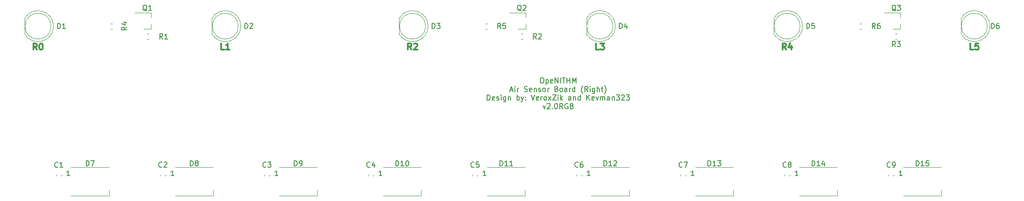
<source format=gbr>
G04 #@! TF.GenerationSoftware,KiCad,Pcbnew,(5.1.7)-1*
G04 #@! TF.CreationDate,2021-03-22T01:50:53-04:00*
G04 #@! TF.ProjectId,Circuit-AirSensor-Right,43697263-7569-4742-9d41-697253656e73,rev?*
G04 #@! TF.SameCoordinates,Original*
G04 #@! TF.FileFunction,Legend,Top*
G04 #@! TF.FilePolarity,Positive*
%FSLAX46Y46*%
G04 Gerber Fmt 4.6, Leading zero omitted, Abs format (unit mm)*
G04 Created by KiCad (PCBNEW (5.1.7)-1) date 2021-03-22 01:50:53*
%MOMM*%
%LPD*%
G01*
G04 APERTURE LIST*
%ADD10C,0.300000*%
%ADD11C,0.150000*%
%ADD12C,0.120000*%
G04 APERTURE END LIST*
D10*
X213800000Y-109542857D02*
X213400000Y-108971428D01*
X213114285Y-109542857D02*
X213114285Y-108342857D01*
X213571428Y-108342857D01*
X213685714Y-108400000D01*
X213742857Y-108457142D01*
X213800000Y-108571428D01*
X213800000Y-108742857D01*
X213742857Y-108857142D01*
X213685714Y-108914285D01*
X213571428Y-108971428D01*
X213114285Y-108971428D01*
X214828571Y-108742857D02*
X214828571Y-109542857D01*
X214542857Y-108285714D02*
X214257142Y-109142857D01*
X215000000Y-109142857D01*
X177800000Y-109542857D02*
X177228571Y-109542857D01*
X177228571Y-108342857D01*
X178085714Y-108342857D02*
X178828571Y-108342857D01*
X178428571Y-108800000D01*
X178600000Y-108800000D01*
X178714285Y-108857142D01*
X178771428Y-108914285D01*
X178828571Y-109028571D01*
X178828571Y-109314285D01*
X178771428Y-109428571D01*
X178714285Y-109485714D01*
X178600000Y-109542857D01*
X178257142Y-109542857D01*
X178142857Y-109485714D01*
X178085714Y-109428571D01*
X141800000Y-109542857D02*
X141400000Y-108971428D01*
X141114285Y-109542857D02*
X141114285Y-108342857D01*
X141571428Y-108342857D01*
X141685714Y-108400000D01*
X141742857Y-108457142D01*
X141800000Y-108571428D01*
X141800000Y-108742857D01*
X141742857Y-108857142D01*
X141685714Y-108914285D01*
X141571428Y-108971428D01*
X141114285Y-108971428D01*
X142257142Y-108457142D02*
X142314285Y-108400000D01*
X142428571Y-108342857D01*
X142714285Y-108342857D01*
X142828571Y-108400000D01*
X142885714Y-108457142D01*
X142942857Y-108571428D01*
X142942857Y-108685714D01*
X142885714Y-108857142D01*
X142200000Y-109542857D01*
X142942857Y-109542857D01*
X105800000Y-109542857D02*
X105228571Y-109542857D01*
X105228571Y-108342857D01*
X106828571Y-109542857D02*
X106142857Y-109542857D01*
X106485714Y-109542857D02*
X106485714Y-108342857D01*
X106371428Y-108514285D01*
X106257142Y-108628571D01*
X106142857Y-108685714D01*
X249800000Y-109542857D02*
X249228571Y-109542857D01*
X249228571Y-108342857D01*
X250771428Y-108342857D02*
X250200000Y-108342857D01*
X250142857Y-108914285D01*
X250200000Y-108857142D01*
X250314285Y-108800000D01*
X250600000Y-108800000D01*
X250714285Y-108857142D01*
X250771428Y-108914285D01*
X250828571Y-109028571D01*
X250828571Y-109314285D01*
X250771428Y-109428571D01*
X250714285Y-109485714D01*
X250600000Y-109542857D01*
X250314285Y-109542857D01*
X250200000Y-109485714D01*
X250142857Y-109428571D01*
X69800000Y-109542857D02*
X69400000Y-108971428D01*
X69114285Y-109542857D02*
X69114285Y-108342857D01*
X69571428Y-108342857D01*
X69685714Y-108400000D01*
X69742857Y-108457142D01*
X69800000Y-108571428D01*
X69800000Y-108742857D01*
X69742857Y-108857142D01*
X69685714Y-108914285D01*
X69571428Y-108971428D01*
X69114285Y-108971428D01*
X70542857Y-108342857D02*
X70657142Y-108342857D01*
X70771428Y-108400000D01*
X70828571Y-108457142D01*
X70885714Y-108571428D01*
X70942857Y-108800000D01*
X70942857Y-109085714D01*
X70885714Y-109314285D01*
X70828571Y-109428571D01*
X70771428Y-109485714D01*
X70657142Y-109542857D01*
X70542857Y-109542857D01*
X70428571Y-109485714D01*
X70371428Y-109428571D01*
X70314285Y-109314285D01*
X70257142Y-109085714D01*
X70257142Y-108800000D01*
X70314285Y-108571428D01*
X70371428Y-108457142D01*
X70428571Y-108400000D01*
X70542857Y-108342857D01*
D11*
X166785714Y-114977380D02*
X166976190Y-114977380D01*
X167071428Y-115025000D01*
X167166666Y-115120238D01*
X167214285Y-115310714D01*
X167214285Y-115644047D01*
X167166666Y-115834523D01*
X167071428Y-115929761D01*
X166976190Y-115977380D01*
X166785714Y-115977380D01*
X166690476Y-115929761D01*
X166595238Y-115834523D01*
X166547619Y-115644047D01*
X166547619Y-115310714D01*
X166595238Y-115120238D01*
X166690476Y-115025000D01*
X166785714Y-114977380D01*
X167642857Y-115310714D02*
X167642857Y-116310714D01*
X167642857Y-115358333D02*
X167738095Y-115310714D01*
X167928571Y-115310714D01*
X168023809Y-115358333D01*
X168071428Y-115405952D01*
X168119047Y-115501190D01*
X168119047Y-115786904D01*
X168071428Y-115882142D01*
X168023809Y-115929761D01*
X167928571Y-115977380D01*
X167738095Y-115977380D01*
X167642857Y-115929761D01*
X168928571Y-115929761D02*
X168833333Y-115977380D01*
X168642857Y-115977380D01*
X168547619Y-115929761D01*
X168500000Y-115834523D01*
X168500000Y-115453571D01*
X168547619Y-115358333D01*
X168642857Y-115310714D01*
X168833333Y-115310714D01*
X168928571Y-115358333D01*
X168976190Y-115453571D01*
X168976190Y-115548809D01*
X168500000Y-115644047D01*
X169404761Y-115977380D02*
X169404761Y-114977380D01*
X169976190Y-115977380D01*
X169976190Y-114977380D01*
X170452380Y-115977380D02*
X170452380Y-114977380D01*
X170785714Y-114977380D02*
X171357142Y-114977380D01*
X171071428Y-115977380D02*
X171071428Y-114977380D01*
X171690476Y-115977380D02*
X171690476Y-114977380D01*
X171690476Y-115453571D02*
X172261904Y-115453571D01*
X172261904Y-115977380D02*
X172261904Y-114977380D01*
X172738095Y-115977380D02*
X172738095Y-114977380D01*
X173071428Y-115691666D01*
X173404761Y-114977380D01*
X173404761Y-115977380D01*
X160785714Y-117341666D02*
X161261904Y-117341666D01*
X160690476Y-117627380D02*
X161023809Y-116627380D01*
X161357142Y-117627380D01*
X161690476Y-117627380D02*
X161690476Y-116960714D01*
X161690476Y-116627380D02*
X161642857Y-116675000D01*
X161690476Y-116722619D01*
X161738095Y-116675000D01*
X161690476Y-116627380D01*
X161690476Y-116722619D01*
X162166666Y-117627380D02*
X162166666Y-116960714D01*
X162166666Y-117151190D02*
X162214285Y-117055952D01*
X162261904Y-117008333D01*
X162357142Y-116960714D01*
X162452380Y-116960714D01*
X163500000Y-117579761D02*
X163642857Y-117627380D01*
X163880952Y-117627380D01*
X163976190Y-117579761D01*
X164023809Y-117532142D01*
X164071428Y-117436904D01*
X164071428Y-117341666D01*
X164023809Y-117246428D01*
X163976190Y-117198809D01*
X163880952Y-117151190D01*
X163690476Y-117103571D01*
X163595238Y-117055952D01*
X163547619Y-117008333D01*
X163500000Y-116913095D01*
X163500000Y-116817857D01*
X163547619Y-116722619D01*
X163595238Y-116675000D01*
X163690476Y-116627380D01*
X163928571Y-116627380D01*
X164071428Y-116675000D01*
X164880952Y-117579761D02*
X164785714Y-117627380D01*
X164595238Y-117627380D01*
X164500000Y-117579761D01*
X164452380Y-117484523D01*
X164452380Y-117103571D01*
X164500000Y-117008333D01*
X164595238Y-116960714D01*
X164785714Y-116960714D01*
X164880952Y-117008333D01*
X164928571Y-117103571D01*
X164928571Y-117198809D01*
X164452380Y-117294047D01*
X165357142Y-116960714D02*
X165357142Y-117627380D01*
X165357142Y-117055952D02*
X165404761Y-117008333D01*
X165500000Y-116960714D01*
X165642857Y-116960714D01*
X165738095Y-117008333D01*
X165785714Y-117103571D01*
X165785714Y-117627380D01*
X166214285Y-117579761D02*
X166309523Y-117627380D01*
X166500000Y-117627380D01*
X166595238Y-117579761D01*
X166642857Y-117484523D01*
X166642857Y-117436904D01*
X166595238Y-117341666D01*
X166500000Y-117294047D01*
X166357142Y-117294047D01*
X166261904Y-117246428D01*
X166214285Y-117151190D01*
X166214285Y-117103571D01*
X166261904Y-117008333D01*
X166357142Y-116960714D01*
X166500000Y-116960714D01*
X166595238Y-117008333D01*
X167214285Y-117627380D02*
X167119047Y-117579761D01*
X167071428Y-117532142D01*
X167023809Y-117436904D01*
X167023809Y-117151190D01*
X167071428Y-117055952D01*
X167119047Y-117008333D01*
X167214285Y-116960714D01*
X167357142Y-116960714D01*
X167452380Y-117008333D01*
X167500000Y-117055952D01*
X167547619Y-117151190D01*
X167547619Y-117436904D01*
X167500000Y-117532142D01*
X167452380Y-117579761D01*
X167357142Y-117627380D01*
X167214285Y-117627380D01*
X167976190Y-117627380D02*
X167976190Y-116960714D01*
X167976190Y-117151190D02*
X168023809Y-117055952D01*
X168071428Y-117008333D01*
X168166666Y-116960714D01*
X168261904Y-116960714D01*
X169690476Y-117103571D02*
X169833333Y-117151190D01*
X169880952Y-117198809D01*
X169928571Y-117294047D01*
X169928571Y-117436904D01*
X169880952Y-117532142D01*
X169833333Y-117579761D01*
X169738095Y-117627380D01*
X169357142Y-117627380D01*
X169357142Y-116627380D01*
X169690476Y-116627380D01*
X169785714Y-116675000D01*
X169833333Y-116722619D01*
X169880952Y-116817857D01*
X169880952Y-116913095D01*
X169833333Y-117008333D01*
X169785714Y-117055952D01*
X169690476Y-117103571D01*
X169357142Y-117103571D01*
X170500000Y-117627380D02*
X170404761Y-117579761D01*
X170357142Y-117532142D01*
X170309523Y-117436904D01*
X170309523Y-117151190D01*
X170357142Y-117055952D01*
X170404761Y-117008333D01*
X170500000Y-116960714D01*
X170642857Y-116960714D01*
X170738095Y-117008333D01*
X170785714Y-117055952D01*
X170833333Y-117151190D01*
X170833333Y-117436904D01*
X170785714Y-117532142D01*
X170738095Y-117579761D01*
X170642857Y-117627380D01*
X170500000Y-117627380D01*
X171690476Y-117627380D02*
X171690476Y-117103571D01*
X171642857Y-117008333D01*
X171547619Y-116960714D01*
X171357142Y-116960714D01*
X171261904Y-117008333D01*
X171690476Y-117579761D02*
X171595238Y-117627380D01*
X171357142Y-117627380D01*
X171261904Y-117579761D01*
X171214285Y-117484523D01*
X171214285Y-117389285D01*
X171261904Y-117294047D01*
X171357142Y-117246428D01*
X171595238Y-117246428D01*
X171690476Y-117198809D01*
X172166666Y-117627380D02*
X172166666Y-116960714D01*
X172166666Y-117151190D02*
X172214285Y-117055952D01*
X172261904Y-117008333D01*
X172357142Y-116960714D01*
X172452380Y-116960714D01*
X173214285Y-117627380D02*
X173214285Y-116627380D01*
X173214285Y-117579761D02*
X173119047Y-117627380D01*
X172928571Y-117627380D01*
X172833333Y-117579761D01*
X172785714Y-117532142D01*
X172738095Y-117436904D01*
X172738095Y-117151190D01*
X172785714Y-117055952D01*
X172833333Y-117008333D01*
X172928571Y-116960714D01*
X173119047Y-116960714D01*
X173214285Y-117008333D01*
X174738095Y-118008333D02*
X174690476Y-117960714D01*
X174595238Y-117817857D01*
X174547619Y-117722619D01*
X174500000Y-117579761D01*
X174452380Y-117341666D01*
X174452380Y-117151190D01*
X174500000Y-116913095D01*
X174547619Y-116770238D01*
X174595238Y-116675000D01*
X174690476Y-116532142D01*
X174738095Y-116484523D01*
X175690476Y-117627380D02*
X175357142Y-117151190D01*
X175119047Y-117627380D02*
X175119047Y-116627380D01*
X175500000Y-116627380D01*
X175595238Y-116675000D01*
X175642857Y-116722619D01*
X175690476Y-116817857D01*
X175690476Y-116960714D01*
X175642857Y-117055952D01*
X175595238Y-117103571D01*
X175500000Y-117151190D01*
X175119047Y-117151190D01*
X176119047Y-117627380D02*
X176119047Y-116960714D01*
X176119047Y-116627380D02*
X176071428Y-116675000D01*
X176119047Y-116722619D01*
X176166666Y-116675000D01*
X176119047Y-116627380D01*
X176119047Y-116722619D01*
X177023809Y-116960714D02*
X177023809Y-117770238D01*
X176976190Y-117865476D01*
X176928571Y-117913095D01*
X176833333Y-117960714D01*
X176690476Y-117960714D01*
X176595238Y-117913095D01*
X177023809Y-117579761D02*
X176928571Y-117627380D01*
X176738095Y-117627380D01*
X176642857Y-117579761D01*
X176595238Y-117532142D01*
X176547619Y-117436904D01*
X176547619Y-117151190D01*
X176595238Y-117055952D01*
X176642857Y-117008333D01*
X176738095Y-116960714D01*
X176928571Y-116960714D01*
X177023809Y-117008333D01*
X177500000Y-117627380D02*
X177500000Y-116627380D01*
X177928571Y-117627380D02*
X177928571Y-117103571D01*
X177880952Y-117008333D01*
X177785714Y-116960714D01*
X177642857Y-116960714D01*
X177547619Y-117008333D01*
X177500000Y-117055952D01*
X178261904Y-116960714D02*
X178642857Y-116960714D01*
X178404761Y-116627380D02*
X178404761Y-117484523D01*
X178452380Y-117579761D01*
X178547619Y-117627380D01*
X178642857Y-117627380D01*
X178880952Y-118008333D02*
X178928571Y-117960714D01*
X179023809Y-117817857D01*
X179071428Y-117722619D01*
X179119047Y-117579761D01*
X179166666Y-117341666D01*
X179166666Y-117151190D01*
X179119047Y-116913095D01*
X179071428Y-116770238D01*
X179023809Y-116675000D01*
X178928571Y-116532142D01*
X178880952Y-116484523D01*
X156357142Y-119277380D02*
X156357142Y-118277380D01*
X156595238Y-118277380D01*
X156738095Y-118325000D01*
X156833333Y-118420238D01*
X156880952Y-118515476D01*
X156928571Y-118705952D01*
X156928571Y-118848809D01*
X156880952Y-119039285D01*
X156833333Y-119134523D01*
X156738095Y-119229761D01*
X156595238Y-119277380D01*
X156357142Y-119277380D01*
X157738095Y-119229761D02*
X157642857Y-119277380D01*
X157452380Y-119277380D01*
X157357142Y-119229761D01*
X157309523Y-119134523D01*
X157309523Y-118753571D01*
X157357142Y-118658333D01*
X157452380Y-118610714D01*
X157642857Y-118610714D01*
X157738095Y-118658333D01*
X157785714Y-118753571D01*
X157785714Y-118848809D01*
X157309523Y-118944047D01*
X158166666Y-119229761D02*
X158261904Y-119277380D01*
X158452380Y-119277380D01*
X158547619Y-119229761D01*
X158595238Y-119134523D01*
X158595238Y-119086904D01*
X158547619Y-118991666D01*
X158452380Y-118944047D01*
X158309523Y-118944047D01*
X158214285Y-118896428D01*
X158166666Y-118801190D01*
X158166666Y-118753571D01*
X158214285Y-118658333D01*
X158309523Y-118610714D01*
X158452380Y-118610714D01*
X158547619Y-118658333D01*
X159023809Y-119277380D02*
X159023809Y-118610714D01*
X159023809Y-118277380D02*
X158976190Y-118325000D01*
X159023809Y-118372619D01*
X159071428Y-118325000D01*
X159023809Y-118277380D01*
X159023809Y-118372619D01*
X159928571Y-118610714D02*
X159928571Y-119420238D01*
X159880952Y-119515476D01*
X159833333Y-119563095D01*
X159738095Y-119610714D01*
X159595238Y-119610714D01*
X159500000Y-119563095D01*
X159928571Y-119229761D02*
X159833333Y-119277380D01*
X159642857Y-119277380D01*
X159547619Y-119229761D01*
X159500000Y-119182142D01*
X159452380Y-119086904D01*
X159452380Y-118801190D01*
X159500000Y-118705952D01*
X159547619Y-118658333D01*
X159642857Y-118610714D01*
X159833333Y-118610714D01*
X159928571Y-118658333D01*
X160404761Y-118610714D02*
X160404761Y-119277380D01*
X160404761Y-118705952D02*
X160452380Y-118658333D01*
X160547619Y-118610714D01*
X160690476Y-118610714D01*
X160785714Y-118658333D01*
X160833333Y-118753571D01*
X160833333Y-119277380D01*
X162071428Y-119277380D02*
X162071428Y-118277380D01*
X162071428Y-118658333D02*
X162166666Y-118610714D01*
X162357142Y-118610714D01*
X162452380Y-118658333D01*
X162500000Y-118705952D01*
X162547619Y-118801190D01*
X162547619Y-119086904D01*
X162500000Y-119182142D01*
X162452380Y-119229761D01*
X162357142Y-119277380D01*
X162166666Y-119277380D01*
X162071428Y-119229761D01*
X162880952Y-118610714D02*
X163119047Y-119277380D01*
X163357142Y-118610714D02*
X163119047Y-119277380D01*
X163023809Y-119515476D01*
X162976190Y-119563095D01*
X162880952Y-119610714D01*
X163738095Y-119182142D02*
X163785714Y-119229761D01*
X163738095Y-119277380D01*
X163690476Y-119229761D01*
X163738095Y-119182142D01*
X163738095Y-119277380D01*
X163738095Y-118658333D02*
X163785714Y-118705952D01*
X163738095Y-118753571D01*
X163690476Y-118705952D01*
X163738095Y-118658333D01*
X163738095Y-118753571D01*
X164833333Y-118277380D02*
X165166666Y-119277380D01*
X165500000Y-118277380D01*
X166214285Y-119229761D02*
X166119047Y-119277380D01*
X165928571Y-119277380D01*
X165833333Y-119229761D01*
X165785714Y-119134523D01*
X165785714Y-118753571D01*
X165833333Y-118658333D01*
X165928571Y-118610714D01*
X166119047Y-118610714D01*
X166214285Y-118658333D01*
X166261904Y-118753571D01*
X166261904Y-118848809D01*
X165785714Y-118944047D01*
X166690476Y-119277380D02*
X166690476Y-118610714D01*
X166690476Y-118801190D02*
X166738095Y-118705952D01*
X166785714Y-118658333D01*
X166880952Y-118610714D01*
X166976190Y-118610714D01*
X167452380Y-119277380D02*
X167357142Y-119229761D01*
X167309523Y-119182142D01*
X167261904Y-119086904D01*
X167261904Y-118801190D01*
X167309523Y-118705952D01*
X167357142Y-118658333D01*
X167452380Y-118610714D01*
X167595238Y-118610714D01*
X167690476Y-118658333D01*
X167738095Y-118705952D01*
X167785714Y-118801190D01*
X167785714Y-119086904D01*
X167738095Y-119182142D01*
X167690476Y-119229761D01*
X167595238Y-119277380D01*
X167452380Y-119277380D01*
X168119047Y-119277380D02*
X168642857Y-118610714D01*
X168119047Y-118610714D02*
X168642857Y-119277380D01*
X168928571Y-118277380D02*
X169595238Y-118277380D01*
X168928571Y-119277380D01*
X169595238Y-119277380D01*
X169976190Y-119277380D02*
X169976190Y-118610714D01*
X169976190Y-118277380D02*
X169928571Y-118325000D01*
X169976190Y-118372619D01*
X170023809Y-118325000D01*
X169976190Y-118277380D01*
X169976190Y-118372619D01*
X170452380Y-119277380D02*
X170452380Y-118277380D01*
X170547619Y-118896428D02*
X170833333Y-119277380D01*
X170833333Y-118610714D02*
X170452380Y-118991666D01*
X172452380Y-119277380D02*
X172452380Y-118753571D01*
X172404761Y-118658333D01*
X172309523Y-118610714D01*
X172119047Y-118610714D01*
X172023809Y-118658333D01*
X172452380Y-119229761D02*
X172357142Y-119277380D01*
X172119047Y-119277380D01*
X172023809Y-119229761D01*
X171976190Y-119134523D01*
X171976190Y-119039285D01*
X172023809Y-118944047D01*
X172119047Y-118896428D01*
X172357142Y-118896428D01*
X172452380Y-118848809D01*
X172928571Y-118610714D02*
X172928571Y-119277380D01*
X172928571Y-118705952D02*
X172976190Y-118658333D01*
X173071428Y-118610714D01*
X173214285Y-118610714D01*
X173309523Y-118658333D01*
X173357142Y-118753571D01*
X173357142Y-119277380D01*
X174261904Y-119277380D02*
X174261904Y-118277380D01*
X174261904Y-119229761D02*
X174166666Y-119277380D01*
X173976190Y-119277380D01*
X173880952Y-119229761D01*
X173833333Y-119182142D01*
X173785714Y-119086904D01*
X173785714Y-118801190D01*
X173833333Y-118705952D01*
X173880952Y-118658333D01*
X173976190Y-118610714D01*
X174166666Y-118610714D01*
X174261904Y-118658333D01*
X175500000Y-119277380D02*
X175500000Y-118277380D01*
X176071428Y-119277380D02*
X175642857Y-118705952D01*
X176071428Y-118277380D02*
X175500000Y-118848809D01*
X176880952Y-119229761D02*
X176785714Y-119277380D01*
X176595238Y-119277380D01*
X176500000Y-119229761D01*
X176452380Y-119134523D01*
X176452380Y-118753571D01*
X176500000Y-118658333D01*
X176595238Y-118610714D01*
X176785714Y-118610714D01*
X176880952Y-118658333D01*
X176928571Y-118753571D01*
X176928571Y-118848809D01*
X176452380Y-118944047D01*
X177261904Y-118610714D02*
X177500000Y-119277380D01*
X177738095Y-118610714D01*
X178119047Y-119277380D02*
X178119047Y-118610714D01*
X178119047Y-118705952D02*
X178166666Y-118658333D01*
X178261904Y-118610714D01*
X178404761Y-118610714D01*
X178500000Y-118658333D01*
X178547619Y-118753571D01*
X178547619Y-119277380D01*
X178547619Y-118753571D02*
X178595238Y-118658333D01*
X178690476Y-118610714D01*
X178833333Y-118610714D01*
X178928571Y-118658333D01*
X178976190Y-118753571D01*
X178976190Y-119277380D01*
X179880952Y-119277380D02*
X179880952Y-118753571D01*
X179833333Y-118658333D01*
X179738095Y-118610714D01*
X179547619Y-118610714D01*
X179452380Y-118658333D01*
X179880952Y-119229761D02*
X179785714Y-119277380D01*
X179547619Y-119277380D01*
X179452380Y-119229761D01*
X179404761Y-119134523D01*
X179404761Y-119039285D01*
X179452380Y-118944047D01*
X179547619Y-118896428D01*
X179785714Y-118896428D01*
X179880952Y-118848809D01*
X180357142Y-118610714D02*
X180357142Y-119277380D01*
X180357142Y-118705952D02*
X180404761Y-118658333D01*
X180500000Y-118610714D01*
X180642857Y-118610714D01*
X180738095Y-118658333D01*
X180785714Y-118753571D01*
X180785714Y-119277380D01*
X181166666Y-118277380D02*
X181785714Y-118277380D01*
X181452380Y-118658333D01*
X181595238Y-118658333D01*
X181690476Y-118705952D01*
X181738095Y-118753571D01*
X181785714Y-118848809D01*
X181785714Y-119086904D01*
X181738095Y-119182142D01*
X181690476Y-119229761D01*
X181595238Y-119277380D01*
X181309523Y-119277380D01*
X181214285Y-119229761D01*
X181166666Y-119182142D01*
X182166666Y-118372619D02*
X182214285Y-118325000D01*
X182309523Y-118277380D01*
X182547619Y-118277380D01*
X182642857Y-118325000D01*
X182690476Y-118372619D01*
X182738095Y-118467857D01*
X182738095Y-118563095D01*
X182690476Y-118705952D01*
X182119047Y-119277380D01*
X182738095Y-119277380D01*
X183071428Y-118277380D02*
X183690476Y-118277380D01*
X183357142Y-118658333D01*
X183499999Y-118658333D01*
X183595238Y-118705952D01*
X183642857Y-118753571D01*
X183690476Y-118848809D01*
X183690476Y-119086904D01*
X183642857Y-119182142D01*
X183595238Y-119229761D01*
X183499999Y-119277380D01*
X183214285Y-119277380D01*
X183119047Y-119229761D01*
X183071428Y-119182142D01*
X167071428Y-120260714D02*
X167309523Y-120927380D01*
X167547619Y-120260714D01*
X167880952Y-120022619D02*
X167928571Y-119975000D01*
X168023809Y-119927380D01*
X168261904Y-119927380D01*
X168357142Y-119975000D01*
X168404761Y-120022619D01*
X168452380Y-120117857D01*
X168452380Y-120213095D01*
X168404761Y-120355952D01*
X167833333Y-120927380D01*
X168452380Y-120927380D01*
X168880952Y-120832142D02*
X168928571Y-120879761D01*
X168880952Y-120927380D01*
X168833333Y-120879761D01*
X168880952Y-120832142D01*
X168880952Y-120927380D01*
X169547619Y-119927380D02*
X169642857Y-119927380D01*
X169738095Y-119975000D01*
X169785714Y-120022619D01*
X169833333Y-120117857D01*
X169880952Y-120308333D01*
X169880952Y-120546428D01*
X169833333Y-120736904D01*
X169785714Y-120832142D01*
X169738095Y-120879761D01*
X169642857Y-120927380D01*
X169547619Y-120927380D01*
X169452380Y-120879761D01*
X169404761Y-120832142D01*
X169357142Y-120736904D01*
X169309523Y-120546428D01*
X169309523Y-120308333D01*
X169357142Y-120117857D01*
X169404761Y-120022619D01*
X169452380Y-119975000D01*
X169547619Y-119927380D01*
X170880952Y-120927380D02*
X170547619Y-120451190D01*
X170309523Y-120927380D02*
X170309523Y-119927380D01*
X170690476Y-119927380D01*
X170785714Y-119975000D01*
X170833333Y-120022619D01*
X170880952Y-120117857D01*
X170880952Y-120260714D01*
X170833333Y-120355952D01*
X170785714Y-120403571D01*
X170690476Y-120451190D01*
X170309523Y-120451190D01*
X171833333Y-119975000D02*
X171738095Y-119927380D01*
X171595238Y-119927380D01*
X171452380Y-119975000D01*
X171357142Y-120070238D01*
X171309523Y-120165476D01*
X171261904Y-120355952D01*
X171261904Y-120498809D01*
X171309523Y-120689285D01*
X171357142Y-120784523D01*
X171452380Y-120879761D01*
X171595238Y-120927380D01*
X171690476Y-120927380D01*
X171833333Y-120879761D01*
X171880952Y-120832142D01*
X171880952Y-120498809D01*
X171690476Y-120498809D01*
X172642857Y-120403571D02*
X172785714Y-120451190D01*
X172833333Y-120498809D01*
X172880952Y-120594047D01*
X172880952Y-120736904D01*
X172833333Y-120832142D01*
X172785714Y-120879761D01*
X172690476Y-120927380D01*
X172309523Y-120927380D01*
X172309523Y-119927380D01*
X172642857Y-119927380D01*
X172738095Y-119975000D01*
X172785714Y-120022619D01*
X172833333Y-120117857D01*
X172833333Y-120213095D01*
X172785714Y-120308333D01*
X172738095Y-120355952D01*
X172642857Y-120403571D01*
X172309523Y-120403571D01*
D12*
X234510000Y-133634420D02*
X234510000Y-133915580D01*
X233490000Y-133634420D02*
X233490000Y-133915580D01*
X213490000Y-133634420D02*
X213490000Y-133915580D01*
X214510000Y-133634420D02*
X214510000Y-133915580D01*
X194510000Y-133634420D02*
X194510000Y-133915580D01*
X193490000Y-133634420D02*
X193490000Y-133915580D01*
X174510000Y-133634420D02*
X174510000Y-133915580D01*
X173490000Y-133634420D02*
X173490000Y-133915580D01*
X154510000Y-133634420D02*
X154510000Y-133915580D01*
X153490000Y-133634420D02*
X153490000Y-133915580D01*
X134510000Y-133634420D02*
X134510000Y-133915580D01*
X133490000Y-133634420D02*
X133490000Y-133915580D01*
X114510000Y-133634420D02*
X114510000Y-133915580D01*
X113490000Y-133634420D02*
X113490000Y-133915580D01*
X93490000Y-133634420D02*
X93490000Y-133915580D01*
X94510000Y-133634420D02*
X94510000Y-133915580D01*
X73490000Y-133634420D02*
X73490000Y-133915580D01*
X74510000Y-133634420D02*
X74510000Y-133915580D01*
X76350000Y-132250000D02*
X83650000Y-132250000D01*
X76350000Y-137750000D02*
X83650000Y-137750000D01*
X83650000Y-137750000D02*
X83650000Y-136600000D01*
X103650000Y-137750000D02*
X103650000Y-136600000D01*
X96350000Y-137750000D02*
X103650000Y-137750000D01*
X96350000Y-132250000D02*
X103650000Y-132250000D01*
X123650000Y-137750000D02*
X123650000Y-136600000D01*
X116350000Y-137750000D02*
X123650000Y-137750000D01*
X116350000Y-132250000D02*
X123650000Y-132250000D01*
X143650000Y-137750000D02*
X143650000Y-136600000D01*
X136350000Y-137750000D02*
X143650000Y-137750000D01*
X136350000Y-132250000D02*
X143650000Y-132250000D01*
X236350000Y-132250000D02*
X243650000Y-132250000D01*
X236350000Y-137750000D02*
X243650000Y-137750000D01*
X243650000Y-137750000D02*
X243650000Y-136600000D01*
X223650000Y-137750000D02*
X223650000Y-136600000D01*
X216350000Y-137750000D02*
X223650000Y-137750000D01*
X216350000Y-132250000D02*
X223650000Y-132250000D01*
X203650000Y-137750000D02*
X203650000Y-136600000D01*
X196350000Y-137750000D02*
X203650000Y-137750000D01*
X196350000Y-132250000D02*
X203650000Y-132250000D01*
X183650000Y-137750000D02*
X183650000Y-136600000D01*
X176350000Y-137750000D02*
X183650000Y-137750000D01*
X176350000Y-132250000D02*
X183650000Y-132250000D01*
X156350000Y-132250000D02*
X163650000Y-132250000D01*
X156350000Y-137750000D02*
X163650000Y-137750000D01*
X163650000Y-137750000D02*
X163650000Y-136600000D01*
X228296267Y-105510000D02*
X227953733Y-105510000D01*
X228296267Y-104490000D02*
X227953733Y-104490000D01*
X156296267Y-105510000D02*
X155953733Y-105510000D01*
X156296267Y-104490000D02*
X155953733Y-104490000D01*
X84296267Y-105510000D02*
X83953733Y-105510000D01*
X84296267Y-104490000D02*
X83953733Y-104490000D01*
X234828733Y-106490000D02*
X235171267Y-106490000D01*
X234828733Y-107510000D02*
X235171267Y-107510000D01*
X162828733Y-106490000D02*
X163171267Y-106490000D01*
X162828733Y-107510000D02*
X163171267Y-107510000D01*
X90953733Y-106490000D02*
X91296267Y-106490000D01*
X90953733Y-107510000D02*
X91296267Y-107510000D01*
X235760000Y-105580000D02*
X235760000Y-104650000D01*
X235760000Y-102420000D02*
X235760000Y-103350000D01*
X235760000Y-102420000D02*
X232600000Y-102420000D01*
X235760000Y-105580000D02*
X234300000Y-105580000D01*
X163760000Y-105580000D02*
X163760000Y-104650000D01*
X163760000Y-102420000D02*
X163760000Y-103350000D01*
X163760000Y-102420000D02*
X160600000Y-102420000D01*
X163760000Y-105580000D02*
X162300000Y-105580000D01*
X91760000Y-105580000D02*
X91760000Y-104650000D01*
X91760000Y-102420000D02*
X91760000Y-103350000D01*
X91760000Y-102420000D02*
X88600000Y-102420000D01*
X91760000Y-105580000D02*
X90300000Y-105580000D01*
X175440000Y-103455000D02*
X175440000Y-106545000D01*
X180500000Y-105000000D02*
G75*
G03*
X180500000Y-105000000I-2500000J0D01*
G01*
X180990000Y-104999538D02*
G75*
G02*
X175440000Y-106544830I-2990000J-462D01*
G01*
X180990000Y-105000462D02*
G75*
G03*
X175440000Y-103455170I-2990000J462D01*
G01*
X247440000Y-103455000D02*
X247440000Y-106545000D01*
X252500000Y-105000000D02*
G75*
G03*
X252500000Y-105000000I-2500000J0D01*
G01*
X252990000Y-104999538D02*
G75*
G02*
X247440000Y-106544830I-2990000J-462D01*
G01*
X252990000Y-105000462D02*
G75*
G03*
X247440000Y-103455170I-2990000J462D01*
G01*
X211440000Y-103455000D02*
X211440000Y-106545000D01*
X216500000Y-105000000D02*
G75*
G03*
X216500000Y-105000000I-2500000J0D01*
G01*
X216990000Y-104999538D02*
G75*
G02*
X211440000Y-106544830I-2990000J-462D01*
G01*
X216990000Y-105000462D02*
G75*
G03*
X211440000Y-103455170I-2990000J462D01*
G01*
X139440000Y-103455000D02*
X139440000Y-106545000D01*
X144500000Y-105000000D02*
G75*
G03*
X144500000Y-105000000I-2500000J0D01*
G01*
X144990000Y-104999538D02*
G75*
G02*
X139440000Y-106544830I-2990000J-462D01*
G01*
X144990000Y-105000462D02*
G75*
G03*
X139440000Y-103455170I-2990000J462D01*
G01*
X103440000Y-103455000D02*
X103440000Y-106545000D01*
X108500000Y-105000000D02*
G75*
G03*
X108500000Y-105000000I-2500000J0D01*
G01*
X108990000Y-104999538D02*
G75*
G02*
X103440000Y-106544830I-2990000J-462D01*
G01*
X108990000Y-105000462D02*
G75*
G03*
X103440000Y-103455170I-2990000J462D01*
G01*
X67440000Y-103455000D02*
X67440000Y-106545000D01*
X72500000Y-105000000D02*
G75*
G03*
X72500000Y-105000000I-2500000J0D01*
G01*
X72990000Y-104999538D02*
G75*
G02*
X67440000Y-106544830I-2990000J-462D01*
G01*
X72990000Y-105000462D02*
G75*
G03*
X67440000Y-103455170I-2990000J462D01*
G01*
D11*
X233833333Y-132132142D02*
X233785714Y-132179761D01*
X233642857Y-132227380D01*
X233547619Y-132227380D01*
X233404761Y-132179761D01*
X233309523Y-132084523D01*
X233261904Y-131989285D01*
X233214285Y-131798809D01*
X233214285Y-131655952D01*
X233261904Y-131465476D01*
X233309523Y-131370238D01*
X233404761Y-131275000D01*
X233547619Y-131227380D01*
X233642857Y-131227380D01*
X233785714Y-131275000D01*
X233833333Y-131322619D01*
X234309523Y-132227380D02*
X234500000Y-132227380D01*
X234595238Y-132179761D01*
X234642857Y-132132142D01*
X234738095Y-131989285D01*
X234785714Y-131798809D01*
X234785714Y-131417857D01*
X234738095Y-131322619D01*
X234690476Y-131275000D01*
X234595238Y-131227380D01*
X234404761Y-131227380D01*
X234309523Y-131275000D01*
X234261904Y-131322619D01*
X234214285Y-131417857D01*
X234214285Y-131655952D01*
X234261904Y-131751190D01*
X234309523Y-131798809D01*
X234404761Y-131846428D01*
X234595238Y-131846428D01*
X234690476Y-131798809D01*
X234738095Y-131751190D01*
X234785714Y-131655952D01*
X213833333Y-132132142D02*
X213785714Y-132179761D01*
X213642857Y-132227380D01*
X213547619Y-132227380D01*
X213404761Y-132179761D01*
X213309523Y-132084523D01*
X213261904Y-131989285D01*
X213214285Y-131798809D01*
X213214285Y-131655952D01*
X213261904Y-131465476D01*
X213309523Y-131370238D01*
X213404761Y-131275000D01*
X213547619Y-131227380D01*
X213642857Y-131227380D01*
X213785714Y-131275000D01*
X213833333Y-131322619D01*
X214404761Y-131655952D02*
X214309523Y-131608333D01*
X214261904Y-131560714D01*
X214214285Y-131465476D01*
X214214285Y-131417857D01*
X214261904Y-131322619D01*
X214309523Y-131275000D01*
X214404761Y-131227380D01*
X214595238Y-131227380D01*
X214690476Y-131275000D01*
X214738095Y-131322619D01*
X214785714Y-131417857D01*
X214785714Y-131465476D01*
X214738095Y-131560714D01*
X214690476Y-131608333D01*
X214595238Y-131655952D01*
X214404761Y-131655952D01*
X214309523Y-131703571D01*
X214261904Y-131751190D01*
X214214285Y-131846428D01*
X214214285Y-132036904D01*
X214261904Y-132132142D01*
X214309523Y-132179761D01*
X214404761Y-132227380D01*
X214595238Y-132227380D01*
X214690476Y-132179761D01*
X214738095Y-132132142D01*
X214785714Y-132036904D01*
X214785714Y-131846428D01*
X214738095Y-131751190D01*
X214690476Y-131703571D01*
X214595238Y-131655952D01*
X193833333Y-132132142D02*
X193785714Y-132179761D01*
X193642857Y-132227380D01*
X193547619Y-132227380D01*
X193404761Y-132179761D01*
X193309523Y-132084523D01*
X193261904Y-131989285D01*
X193214285Y-131798809D01*
X193214285Y-131655952D01*
X193261904Y-131465476D01*
X193309523Y-131370238D01*
X193404761Y-131275000D01*
X193547619Y-131227380D01*
X193642857Y-131227380D01*
X193785714Y-131275000D01*
X193833333Y-131322619D01*
X194166666Y-131227380D02*
X194833333Y-131227380D01*
X194404761Y-132227380D01*
X173833333Y-132132142D02*
X173785714Y-132179761D01*
X173642857Y-132227380D01*
X173547619Y-132227380D01*
X173404761Y-132179761D01*
X173309523Y-132084523D01*
X173261904Y-131989285D01*
X173214285Y-131798809D01*
X173214285Y-131655952D01*
X173261904Y-131465476D01*
X173309523Y-131370238D01*
X173404761Y-131275000D01*
X173547619Y-131227380D01*
X173642857Y-131227380D01*
X173785714Y-131275000D01*
X173833333Y-131322619D01*
X174690476Y-131227380D02*
X174500000Y-131227380D01*
X174404761Y-131275000D01*
X174357142Y-131322619D01*
X174261904Y-131465476D01*
X174214285Y-131655952D01*
X174214285Y-132036904D01*
X174261904Y-132132142D01*
X174309523Y-132179761D01*
X174404761Y-132227380D01*
X174595238Y-132227380D01*
X174690476Y-132179761D01*
X174738095Y-132132142D01*
X174785714Y-132036904D01*
X174785714Y-131798809D01*
X174738095Y-131703571D01*
X174690476Y-131655952D01*
X174595238Y-131608333D01*
X174404761Y-131608333D01*
X174309523Y-131655952D01*
X174261904Y-131703571D01*
X174214285Y-131798809D01*
X153833333Y-132132142D02*
X153785714Y-132179761D01*
X153642857Y-132227380D01*
X153547619Y-132227380D01*
X153404761Y-132179761D01*
X153309523Y-132084523D01*
X153261904Y-131989285D01*
X153214285Y-131798809D01*
X153214285Y-131655952D01*
X153261904Y-131465476D01*
X153309523Y-131370238D01*
X153404761Y-131275000D01*
X153547619Y-131227380D01*
X153642857Y-131227380D01*
X153785714Y-131275000D01*
X153833333Y-131322619D01*
X154738095Y-131227380D02*
X154261904Y-131227380D01*
X154214285Y-131703571D01*
X154261904Y-131655952D01*
X154357142Y-131608333D01*
X154595238Y-131608333D01*
X154690476Y-131655952D01*
X154738095Y-131703571D01*
X154785714Y-131798809D01*
X154785714Y-132036904D01*
X154738095Y-132132142D01*
X154690476Y-132179761D01*
X154595238Y-132227380D01*
X154357142Y-132227380D01*
X154261904Y-132179761D01*
X154214285Y-132132142D01*
X133833333Y-132132142D02*
X133785714Y-132179761D01*
X133642857Y-132227380D01*
X133547619Y-132227380D01*
X133404761Y-132179761D01*
X133309523Y-132084523D01*
X133261904Y-131989285D01*
X133214285Y-131798809D01*
X133214285Y-131655952D01*
X133261904Y-131465476D01*
X133309523Y-131370238D01*
X133404761Y-131275000D01*
X133547619Y-131227380D01*
X133642857Y-131227380D01*
X133785714Y-131275000D01*
X133833333Y-131322619D01*
X134690476Y-131560714D02*
X134690476Y-132227380D01*
X134452380Y-131179761D02*
X134214285Y-131894047D01*
X134833333Y-131894047D01*
X113833333Y-132132142D02*
X113785714Y-132179761D01*
X113642857Y-132227380D01*
X113547619Y-132227380D01*
X113404761Y-132179761D01*
X113309523Y-132084523D01*
X113261904Y-131989285D01*
X113214285Y-131798809D01*
X113214285Y-131655952D01*
X113261904Y-131465476D01*
X113309523Y-131370238D01*
X113404761Y-131275000D01*
X113547619Y-131227380D01*
X113642857Y-131227380D01*
X113785714Y-131275000D01*
X113833333Y-131322619D01*
X114166666Y-131227380D02*
X114785714Y-131227380D01*
X114452380Y-131608333D01*
X114595238Y-131608333D01*
X114690476Y-131655952D01*
X114738095Y-131703571D01*
X114785714Y-131798809D01*
X114785714Y-132036904D01*
X114738095Y-132132142D01*
X114690476Y-132179761D01*
X114595238Y-132227380D01*
X114309523Y-132227380D01*
X114214285Y-132179761D01*
X114166666Y-132132142D01*
X93833333Y-132132142D02*
X93785714Y-132179761D01*
X93642857Y-132227380D01*
X93547619Y-132227380D01*
X93404761Y-132179761D01*
X93309523Y-132084523D01*
X93261904Y-131989285D01*
X93214285Y-131798809D01*
X93214285Y-131655952D01*
X93261904Y-131465476D01*
X93309523Y-131370238D01*
X93404761Y-131275000D01*
X93547619Y-131227380D01*
X93642857Y-131227380D01*
X93785714Y-131275000D01*
X93833333Y-131322619D01*
X94214285Y-131322619D02*
X94261904Y-131275000D01*
X94357142Y-131227380D01*
X94595238Y-131227380D01*
X94690476Y-131275000D01*
X94738095Y-131322619D01*
X94785714Y-131417857D01*
X94785714Y-131513095D01*
X94738095Y-131655952D01*
X94166666Y-132227380D01*
X94785714Y-132227380D01*
X73833333Y-132132142D02*
X73785714Y-132179761D01*
X73642857Y-132227380D01*
X73547619Y-132227380D01*
X73404761Y-132179761D01*
X73309523Y-132084523D01*
X73261904Y-131989285D01*
X73214285Y-131798809D01*
X73214285Y-131655952D01*
X73261904Y-131465476D01*
X73309523Y-131370238D01*
X73404761Y-131275000D01*
X73547619Y-131227380D01*
X73642857Y-131227380D01*
X73785714Y-131275000D01*
X73833333Y-131322619D01*
X74785714Y-132227380D02*
X74214285Y-132227380D01*
X74500000Y-132227380D02*
X74500000Y-131227380D01*
X74404761Y-131370238D01*
X74309523Y-131465476D01*
X74214285Y-131513095D01*
X79261904Y-131952380D02*
X79261904Y-130952380D01*
X79500000Y-130952380D01*
X79642857Y-131000000D01*
X79738095Y-131095238D01*
X79785714Y-131190476D01*
X79833333Y-131380952D01*
X79833333Y-131523809D01*
X79785714Y-131714285D01*
X79738095Y-131809523D01*
X79642857Y-131904761D01*
X79500000Y-131952380D01*
X79261904Y-131952380D01*
X80166666Y-130952380D02*
X80833333Y-130952380D01*
X80404761Y-131952380D01*
X76135714Y-133852380D02*
X75564285Y-133852380D01*
X75850000Y-133852380D02*
X75850000Y-132852380D01*
X75754761Y-132995238D01*
X75659523Y-133090476D01*
X75564285Y-133138095D01*
X99261904Y-131952380D02*
X99261904Y-130952380D01*
X99500000Y-130952380D01*
X99642857Y-131000000D01*
X99738095Y-131095238D01*
X99785714Y-131190476D01*
X99833333Y-131380952D01*
X99833333Y-131523809D01*
X99785714Y-131714285D01*
X99738095Y-131809523D01*
X99642857Y-131904761D01*
X99500000Y-131952380D01*
X99261904Y-131952380D01*
X100404761Y-131380952D02*
X100309523Y-131333333D01*
X100261904Y-131285714D01*
X100214285Y-131190476D01*
X100214285Y-131142857D01*
X100261904Y-131047619D01*
X100309523Y-131000000D01*
X100404761Y-130952380D01*
X100595238Y-130952380D01*
X100690476Y-131000000D01*
X100738095Y-131047619D01*
X100785714Y-131142857D01*
X100785714Y-131190476D01*
X100738095Y-131285714D01*
X100690476Y-131333333D01*
X100595238Y-131380952D01*
X100404761Y-131380952D01*
X100309523Y-131428571D01*
X100261904Y-131476190D01*
X100214285Y-131571428D01*
X100214285Y-131761904D01*
X100261904Y-131857142D01*
X100309523Y-131904761D01*
X100404761Y-131952380D01*
X100595238Y-131952380D01*
X100690476Y-131904761D01*
X100738095Y-131857142D01*
X100785714Y-131761904D01*
X100785714Y-131571428D01*
X100738095Y-131476190D01*
X100690476Y-131428571D01*
X100595238Y-131380952D01*
X96135714Y-133852380D02*
X95564285Y-133852380D01*
X95850000Y-133852380D02*
X95850000Y-132852380D01*
X95754761Y-132995238D01*
X95659523Y-133090476D01*
X95564285Y-133138095D01*
X119261904Y-131952380D02*
X119261904Y-130952380D01*
X119500000Y-130952380D01*
X119642857Y-131000000D01*
X119738095Y-131095238D01*
X119785714Y-131190476D01*
X119833333Y-131380952D01*
X119833333Y-131523809D01*
X119785714Y-131714285D01*
X119738095Y-131809523D01*
X119642857Y-131904761D01*
X119500000Y-131952380D01*
X119261904Y-131952380D01*
X120309523Y-131952380D02*
X120500000Y-131952380D01*
X120595238Y-131904761D01*
X120642857Y-131857142D01*
X120738095Y-131714285D01*
X120785714Y-131523809D01*
X120785714Y-131142857D01*
X120738095Y-131047619D01*
X120690476Y-131000000D01*
X120595238Y-130952380D01*
X120404761Y-130952380D01*
X120309523Y-131000000D01*
X120261904Y-131047619D01*
X120214285Y-131142857D01*
X120214285Y-131380952D01*
X120261904Y-131476190D01*
X120309523Y-131523809D01*
X120404761Y-131571428D01*
X120595238Y-131571428D01*
X120690476Y-131523809D01*
X120738095Y-131476190D01*
X120785714Y-131380952D01*
X116135714Y-133852380D02*
X115564285Y-133852380D01*
X115850000Y-133852380D02*
X115850000Y-132852380D01*
X115754761Y-132995238D01*
X115659523Y-133090476D01*
X115564285Y-133138095D01*
X138785714Y-131952380D02*
X138785714Y-130952380D01*
X139023809Y-130952380D01*
X139166666Y-131000000D01*
X139261904Y-131095238D01*
X139309523Y-131190476D01*
X139357142Y-131380952D01*
X139357142Y-131523809D01*
X139309523Y-131714285D01*
X139261904Y-131809523D01*
X139166666Y-131904761D01*
X139023809Y-131952380D01*
X138785714Y-131952380D01*
X140309523Y-131952380D02*
X139738095Y-131952380D01*
X140023809Y-131952380D02*
X140023809Y-130952380D01*
X139928571Y-131095238D01*
X139833333Y-131190476D01*
X139738095Y-131238095D01*
X140928571Y-130952380D02*
X141023809Y-130952380D01*
X141119047Y-131000000D01*
X141166666Y-131047619D01*
X141214285Y-131142857D01*
X141261904Y-131333333D01*
X141261904Y-131571428D01*
X141214285Y-131761904D01*
X141166666Y-131857142D01*
X141119047Y-131904761D01*
X141023809Y-131952380D01*
X140928571Y-131952380D01*
X140833333Y-131904761D01*
X140785714Y-131857142D01*
X140738095Y-131761904D01*
X140690476Y-131571428D01*
X140690476Y-131333333D01*
X140738095Y-131142857D01*
X140785714Y-131047619D01*
X140833333Y-131000000D01*
X140928571Y-130952380D01*
X136135714Y-133852380D02*
X135564285Y-133852380D01*
X135850000Y-133852380D02*
X135850000Y-132852380D01*
X135754761Y-132995238D01*
X135659523Y-133090476D01*
X135564285Y-133138095D01*
X238785714Y-131952380D02*
X238785714Y-130952380D01*
X239023809Y-130952380D01*
X239166666Y-131000000D01*
X239261904Y-131095238D01*
X239309523Y-131190476D01*
X239357142Y-131380952D01*
X239357142Y-131523809D01*
X239309523Y-131714285D01*
X239261904Y-131809523D01*
X239166666Y-131904761D01*
X239023809Y-131952380D01*
X238785714Y-131952380D01*
X240309523Y-131952380D02*
X239738095Y-131952380D01*
X240023809Y-131952380D02*
X240023809Y-130952380D01*
X239928571Y-131095238D01*
X239833333Y-131190476D01*
X239738095Y-131238095D01*
X241214285Y-130952380D02*
X240738095Y-130952380D01*
X240690476Y-131428571D01*
X240738095Y-131380952D01*
X240833333Y-131333333D01*
X241071428Y-131333333D01*
X241166666Y-131380952D01*
X241214285Y-131428571D01*
X241261904Y-131523809D01*
X241261904Y-131761904D01*
X241214285Y-131857142D01*
X241166666Y-131904761D01*
X241071428Y-131952380D01*
X240833333Y-131952380D01*
X240738095Y-131904761D01*
X240690476Y-131857142D01*
X236135714Y-133852380D02*
X235564285Y-133852380D01*
X235850000Y-133852380D02*
X235850000Y-132852380D01*
X235754761Y-132995238D01*
X235659523Y-133090476D01*
X235564285Y-133138095D01*
X218785714Y-131952380D02*
X218785714Y-130952380D01*
X219023809Y-130952380D01*
X219166666Y-131000000D01*
X219261904Y-131095238D01*
X219309523Y-131190476D01*
X219357142Y-131380952D01*
X219357142Y-131523809D01*
X219309523Y-131714285D01*
X219261904Y-131809523D01*
X219166666Y-131904761D01*
X219023809Y-131952380D01*
X218785714Y-131952380D01*
X220309523Y-131952380D02*
X219738095Y-131952380D01*
X220023809Y-131952380D02*
X220023809Y-130952380D01*
X219928571Y-131095238D01*
X219833333Y-131190476D01*
X219738095Y-131238095D01*
X221166666Y-131285714D02*
X221166666Y-131952380D01*
X220928571Y-130904761D02*
X220690476Y-131619047D01*
X221309523Y-131619047D01*
X216135714Y-133852380D02*
X215564285Y-133852380D01*
X215850000Y-133852380D02*
X215850000Y-132852380D01*
X215754761Y-132995238D01*
X215659523Y-133090476D01*
X215564285Y-133138095D01*
X198785714Y-131952380D02*
X198785714Y-130952380D01*
X199023809Y-130952380D01*
X199166666Y-131000000D01*
X199261904Y-131095238D01*
X199309523Y-131190476D01*
X199357142Y-131380952D01*
X199357142Y-131523809D01*
X199309523Y-131714285D01*
X199261904Y-131809523D01*
X199166666Y-131904761D01*
X199023809Y-131952380D01*
X198785714Y-131952380D01*
X200309523Y-131952380D02*
X199738095Y-131952380D01*
X200023809Y-131952380D02*
X200023809Y-130952380D01*
X199928571Y-131095238D01*
X199833333Y-131190476D01*
X199738095Y-131238095D01*
X200642857Y-130952380D02*
X201261904Y-130952380D01*
X200928571Y-131333333D01*
X201071428Y-131333333D01*
X201166666Y-131380952D01*
X201214285Y-131428571D01*
X201261904Y-131523809D01*
X201261904Y-131761904D01*
X201214285Y-131857142D01*
X201166666Y-131904761D01*
X201071428Y-131952380D01*
X200785714Y-131952380D01*
X200690476Y-131904761D01*
X200642857Y-131857142D01*
X196135714Y-133852380D02*
X195564285Y-133852380D01*
X195850000Y-133852380D02*
X195850000Y-132852380D01*
X195754761Y-132995238D01*
X195659523Y-133090476D01*
X195564285Y-133138095D01*
X178785714Y-131952380D02*
X178785714Y-130952380D01*
X179023809Y-130952380D01*
X179166666Y-131000000D01*
X179261904Y-131095238D01*
X179309523Y-131190476D01*
X179357142Y-131380952D01*
X179357142Y-131523809D01*
X179309523Y-131714285D01*
X179261904Y-131809523D01*
X179166666Y-131904761D01*
X179023809Y-131952380D01*
X178785714Y-131952380D01*
X180309523Y-131952380D02*
X179738095Y-131952380D01*
X180023809Y-131952380D02*
X180023809Y-130952380D01*
X179928571Y-131095238D01*
X179833333Y-131190476D01*
X179738095Y-131238095D01*
X180690476Y-131047619D02*
X180738095Y-131000000D01*
X180833333Y-130952380D01*
X181071428Y-130952380D01*
X181166666Y-131000000D01*
X181214285Y-131047619D01*
X181261904Y-131142857D01*
X181261904Y-131238095D01*
X181214285Y-131380952D01*
X180642857Y-131952380D01*
X181261904Y-131952380D01*
X176135714Y-133852380D02*
X175564285Y-133852380D01*
X175850000Y-133852380D02*
X175850000Y-132852380D01*
X175754761Y-132995238D01*
X175659523Y-133090476D01*
X175564285Y-133138095D01*
X158785714Y-131952380D02*
X158785714Y-130952380D01*
X159023809Y-130952380D01*
X159166666Y-131000000D01*
X159261904Y-131095238D01*
X159309523Y-131190476D01*
X159357142Y-131380952D01*
X159357142Y-131523809D01*
X159309523Y-131714285D01*
X159261904Y-131809523D01*
X159166666Y-131904761D01*
X159023809Y-131952380D01*
X158785714Y-131952380D01*
X160309523Y-131952380D02*
X159738095Y-131952380D01*
X160023809Y-131952380D02*
X160023809Y-130952380D01*
X159928571Y-131095238D01*
X159833333Y-131190476D01*
X159738095Y-131238095D01*
X161261904Y-131952380D02*
X160690476Y-131952380D01*
X160976190Y-131952380D02*
X160976190Y-130952380D01*
X160880952Y-131095238D01*
X160785714Y-131190476D01*
X160690476Y-131238095D01*
X156135714Y-133852380D02*
X155564285Y-133852380D01*
X155850000Y-133852380D02*
X155850000Y-132852380D01*
X155754761Y-132995238D01*
X155659523Y-133090476D01*
X155564285Y-133138095D01*
X230958333Y-105452380D02*
X230625000Y-104976190D01*
X230386904Y-105452380D02*
X230386904Y-104452380D01*
X230767857Y-104452380D01*
X230863095Y-104500000D01*
X230910714Y-104547619D01*
X230958333Y-104642857D01*
X230958333Y-104785714D01*
X230910714Y-104880952D01*
X230863095Y-104928571D01*
X230767857Y-104976190D01*
X230386904Y-104976190D01*
X231815476Y-104452380D02*
X231625000Y-104452380D01*
X231529761Y-104500000D01*
X231482142Y-104547619D01*
X231386904Y-104690476D01*
X231339285Y-104880952D01*
X231339285Y-105261904D01*
X231386904Y-105357142D01*
X231434523Y-105404761D01*
X231529761Y-105452380D01*
X231720238Y-105452380D01*
X231815476Y-105404761D01*
X231863095Y-105357142D01*
X231910714Y-105261904D01*
X231910714Y-105023809D01*
X231863095Y-104928571D01*
X231815476Y-104880952D01*
X231720238Y-104833333D01*
X231529761Y-104833333D01*
X231434523Y-104880952D01*
X231386904Y-104928571D01*
X231339285Y-105023809D01*
X158958333Y-105452380D02*
X158625000Y-104976190D01*
X158386904Y-105452380D02*
X158386904Y-104452380D01*
X158767857Y-104452380D01*
X158863095Y-104500000D01*
X158910714Y-104547619D01*
X158958333Y-104642857D01*
X158958333Y-104785714D01*
X158910714Y-104880952D01*
X158863095Y-104928571D01*
X158767857Y-104976190D01*
X158386904Y-104976190D01*
X159863095Y-104452380D02*
X159386904Y-104452380D01*
X159339285Y-104928571D01*
X159386904Y-104880952D01*
X159482142Y-104833333D01*
X159720238Y-104833333D01*
X159815476Y-104880952D01*
X159863095Y-104928571D01*
X159910714Y-105023809D01*
X159910714Y-105261904D01*
X159863095Y-105357142D01*
X159815476Y-105404761D01*
X159720238Y-105452380D01*
X159482142Y-105452380D01*
X159386904Y-105404761D01*
X159339285Y-105357142D01*
X87077380Y-105166666D02*
X86601190Y-105500000D01*
X87077380Y-105738095D02*
X86077380Y-105738095D01*
X86077380Y-105357142D01*
X86125000Y-105261904D01*
X86172619Y-105214285D01*
X86267857Y-105166666D01*
X86410714Y-105166666D01*
X86505952Y-105214285D01*
X86553571Y-105261904D01*
X86601190Y-105357142D01*
X86601190Y-105738095D01*
X86410714Y-104309523D02*
X87077380Y-104309523D01*
X86029761Y-104547619D02*
X86744047Y-104785714D01*
X86744047Y-104166666D01*
X234833333Y-108952380D02*
X234500000Y-108476190D01*
X234261904Y-108952380D02*
X234261904Y-107952380D01*
X234642857Y-107952380D01*
X234738095Y-108000000D01*
X234785714Y-108047619D01*
X234833333Y-108142857D01*
X234833333Y-108285714D01*
X234785714Y-108380952D01*
X234738095Y-108428571D01*
X234642857Y-108476190D01*
X234261904Y-108476190D01*
X235166666Y-107952380D02*
X235785714Y-107952380D01*
X235452380Y-108333333D01*
X235595238Y-108333333D01*
X235690476Y-108380952D01*
X235738095Y-108428571D01*
X235785714Y-108523809D01*
X235785714Y-108761904D01*
X235738095Y-108857142D01*
X235690476Y-108904761D01*
X235595238Y-108952380D01*
X235309523Y-108952380D01*
X235214285Y-108904761D01*
X235166666Y-108857142D01*
X165833333Y-107452380D02*
X165500000Y-106976190D01*
X165261904Y-107452380D02*
X165261904Y-106452380D01*
X165642857Y-106452380D01*
X165738095Y-106500000D01*
X165785714Y-106547619D01*
X165833333Y-106642857D01*
X165833333Y-106785714D01*
X165785714Y-106880952D01*
X165738095Y-106928571D01*
X165642857Y-106976190D01*
X165261904Y-106976190D01*
X166214285Y-106547619D02*
X166261904Y-106500000D01*
X166357142Y-106452380D01*
X166595238Y-106452380D01*
X166690476Y-106500000D01*
X166738095Y-106547619D01*
X166785714Y-106642857D01*
X166785714Y-106738095D01*
X166738095Y-106880952D01*
X166166666Y-107452380D01*
X166785714Y-107452380D01*
X93958333Y-107452380D02*
X93625000Y-106976190D01*
X93386904Y-107452380D02*
X93386904Y-106452380D01*
X93767857Y-106452380D01*
X93863095Y-106500000D01*
X93910714Y-106547619D01*
X93958333Y-106642857D01*
X93958333Y-106785714D01*
X93910714Y-106880952D01*
X93863095Y-106928571D01*
X93767857Y-106976190D01*
X93386904Y-106976190D01*
X94910714Y-107452380D02*
X94339285Y-107452380D01*
X94625000Y-107452380D02*
X94625000Y-106452380D01*
X94529761Y-106595238D01*
X94434523Y-106690476D01*
X94339285Y-106738095D01*
X234904761Y-102047619D02*
X234809523Y-102000000D01*
X234714285Y-101904761D01*
X234571428Y-101761904D01*
X234476190Y-101714285D01*
X234380952Y-101714285D01*
X234428571Y-101952380D02*
X234333333Y-101904761D01*
X234238095Y-101809523D01*
X234190476Y-101619047D01*
X234190476Y-101285714D01*
X234238095Y-101095238D01*
X234333333Y-101000000D01*
X234428571Y-100952380D01*
X234619047Y-100952380D01*
X234714285Y-101000000D01*
X234809523Y-101095238D01*
X234857142Y-101285714D01*
X234857142Y-101619047D01*
X234809523Y-101809523D01*
X234714285Y-101904761D01*
X234619047Y-101952380D01*
X234428571Y-101952380D01*
X235190476Y-100952380D02*
X235809523Y-100952380D01*
X235476190Y-101333333D01*
X235619047Y-101333333D01*
X235714285Y-101380952D01*
X235761904Y-101428571D01*
X235809523Y-101523809D01*
X235809523Y-101761904D01*
X235761904Y-101857142D01*
X235714285Y-101904761D01*
X235619047Y-101952380D01*
X235333333Y-101952380D01*
X235238095Y-101904761D01*
X235190476Y-101857142D01*
X162904761Y-102047619D02*
X162809523Y-102000000D01*
X162714285Y-101904761D01*
X162571428Y-101761904D01*
X162476190Y-101714285D01*
X162380952Y-101714285D01*
X162428571Y-101952380D02*
X162333333Y-101904761D01*
X162238095Y-101809523D01*
X162190476Y-101619047D01*
X162190476Y-101285714D01*
X162238095Y-101095238D01*
X162333333Y-101000000D01*
X162428571Y-100952380D01*
X162619047Y-100952380D01*
X162714285Y-101000000D01*
X162809523Y-101095238D01*
X162857142Y-101285714D01*
X162857142Y-101619047D01*
X162809523Y-101809523D01*
X162714285Y-101904761D01*
X162619047Y-101952380D01*
X162428571Y-101952380D01*
X163238095Y-101047619D02*
X163285714Y-101000000D01*
X163380952Y-100952380D01*
X163619047Y-100952380D01*
X163714285Y-101000000D01*
X163761904Y-101047619D01*
X163809523Y-101142857D01*
X163809523Y-101238095D01*
X163761904Y-101380952D01*
X163190476Y-101952380D01*
X163809523Y-101952380D01*
X90904761Y-102047619D02*
X90809523Y-102000000D01*
X90714285Y-101904761D01*
X90571428Y-101761904D01*
X90476190Y-101714285D01*
X90380952Y-101714285D01*
X90428571Y-101952380D02*
X90333333Y-101904761D01*
X90238095Y-101809523D01*
X90190476Y-101619047D01*
X90190476Y-101285714D01*
X90238095Y-101095238D01*
X90333333Y-101000000D01*
X90428571Y-100952380D01*
X90619047Y-100952380D01*
X90714285Y-101000000D01*
X90809523Y-101095238D01*
X90857142Y-101285714D01*
X90857142Y-101619047D01*
X90809523Y-101809523D01*
X90714285Y-101904761D01*
X90619047Y-101952380D01*
X90428571Y-101952380D01*
X91809523Y-101952380D02*
X91238095Y-101952380D01*
X91523809Y-101952380D02*
X91523809Y-100952380D01*
X91428571Y-101095238D01*
X91333333Y-101190476D01*
X91238095Y-101238095D01*
X181761904Y-105452380D02*
X181761904Y-104452380D01*
X182000000Y-104452380D01*
X182142857Y-104500000D01*
X182238095Y-104595238D01*
X182285714Y-104690476D01*
X182333333Y-104880952D01*
X182333333Y-105023809D01*
X182285714Y-105214285D01*
X182238095Y-105309523D01*
X182142857Y-105404761D01*
X182000000Y-105452380D01*
X181761904Y-105452380D01*
X183190476Y-104785714D02*
X183190476Y-105452380D01*
X182952380Y-104404761D02*
X182714285Y-105119047D01*
X183333333Y-105119047D01*
X253261904Y-105452380D02*
X253261904Y-104452380D01*
X253500000Y-104452380D01*
X253642857Y-104500000D01*
X253738095Y-104595238D01*
X253785714Y-104690476D01*
X253833333Y-104880952D01*
X253833333Y-105023809D01*
X253785714Y-105214285D01*
X253738095Y-105309523D01*
X253642857Y-105404761D01*
X253500000Y-105452380D01*
X253261904Y-105452380D01*
X254690476Y-104452380D02*
X254500000Y-104452380D01*
X254404761Y-104500000D01*
X254357142Y-104547619D01*
X254261904Y-104690476D01*
X254214285Y-104880952D01*
X254214285Y-105261904D01*
X254261904Y-105357142D01*
X254309523Y-105404761D01*
X254404761Y-105452380D01*
X254595238Y-105452380D01*
X254690476Y-105404761D01*
X254738095Y-105357142D01*
X254785714Y-105261904D01*
X254785714Y-105023809D01*
X254738095Y-104928571D01*
X254690476Y-104880952D01*
X254595238Y-104833333D01*
X254404761Y-104833333D01*
X254309523Y-104880952D01*
X254261904Y-104928571D01*
X254214285Y-105023809D01*
X217761904Y-105452380D02*
X217761904Y-104452380D01*
X218000000Y-104452380D01*
X218142857Y-104500000D01*
X218238095Y-104595238D01*
X218285714Y-104690476D01*
X218333333Y-104880952D01*
X218333333Y-105023809D01*
X218285714Y-105214285D01*
X218238095Y-105309523D01*
X218142857Y-105404761D01*
X218000000Y-105452380D01*
X217761904Y-105452380D01*
X219238095Y-104452380D02*
X218761904Y-104452380D01*
X218714285Y-104928571D01*
X218761904Y-104880952D01*
X218857142Y-104833333D01*
X219095238Y-104833333D01*
X219190476Y-104880952D01*
X219238095Y-104928571D01*
X219285714Y-105023809D01*
X219285714Y-105261904D01*
X219238095Y-105357142D01*
X219190476Y-105404761D01*
X219095238Y-105452380D01*
X218857142Y-105452380D01*
X218761904Y-105404761D01*
X218714285Y-105357142D01*
X145761904Y-105452380D02*
X145761904Y-104452380D01*
X146000000Y-104452380D01*
X146142857Y-104500000D01*
X146238095Y-104595238D01*
X146285714Y-104690476D01*
X146333333Y-104880952D01*
X146333333Y-105023809D01*
X146285714Y-105214285D01*
X146238095Y-105309523D01*
X146142857Y-105404761D01*
X146000000Y-105452380D01*
X145761904Y-105452380D01*
X146666666Y-104452380D02*
X147285714Y-104452380D01*
X146952380Y-104833333D01*
X147095238Y-104833333D01*
X147190476Y-104880952D01*
X147238095Y-104928571D01*
X147285714Y-105023809D01*
X147285714Y-105261904D01*
X147238095Y-105357142D01*
X147190476Y-105404761D01*
X147095238Y-105452380D01*
X146809523Y-105452380D01*
X146714285Y-105404761D01*
X146666666Y-105357142D01*
X109761904Y-105452380D02*
X109761904Y-104452380D01*
X110000000Y-104452380D01*
X110142857Y-104500000D01*
X110238095Y-104595238D01*
X110285714Y-104690476D01*
X110333333Y-104880952D01*
X110333333Y-105023809D01*
X110285714Y-105214285D01*
X110238095Y-105309523D01*
X110142857Y-105404761D01*
X110000000Y-105452380D01*
X109761904Y-105452380D01*
X110714285Y-104547619D02*
X110761904Y-104500000D01*
X110857142Y-104452380D01*
X111095238Y-104452380D01*
X111190476Y-104500000D01*
X111238095Y-104547619D01*
X111285714Y-104642857D01*
X111285714Y-104738095D01*
X111238095Y-104880952D01*
X110666666Y-105452380D01*
X111285714Y-105452380D01*
X73761904Y-105452380D02*
X73761904Y-104452380D01*
X74000000Y-104452380D01*
X74142857Y-104500000D01*
X74238095Y-104595238D01*
X74285714Y-104690476D01*
X74333333Y-104880952D01*
X74333333Y-105023809D01*
X74285714Y-105214285D01*
X74238095Y-105309523D01*
X74142857Y-105404761D01*
X74000000Y-105452380D01*
X73761904Y-105452380D01*
X75285714Y-105452380D02*
X74714285Y-105452380D01*
X75000000Y-105452380D02*
X75000000Y-104452380D01*
X74904761Y-104595238D01*
X74809523Y-104690476D01*
X74714285Y-104738095D01*
M02*

</source>
